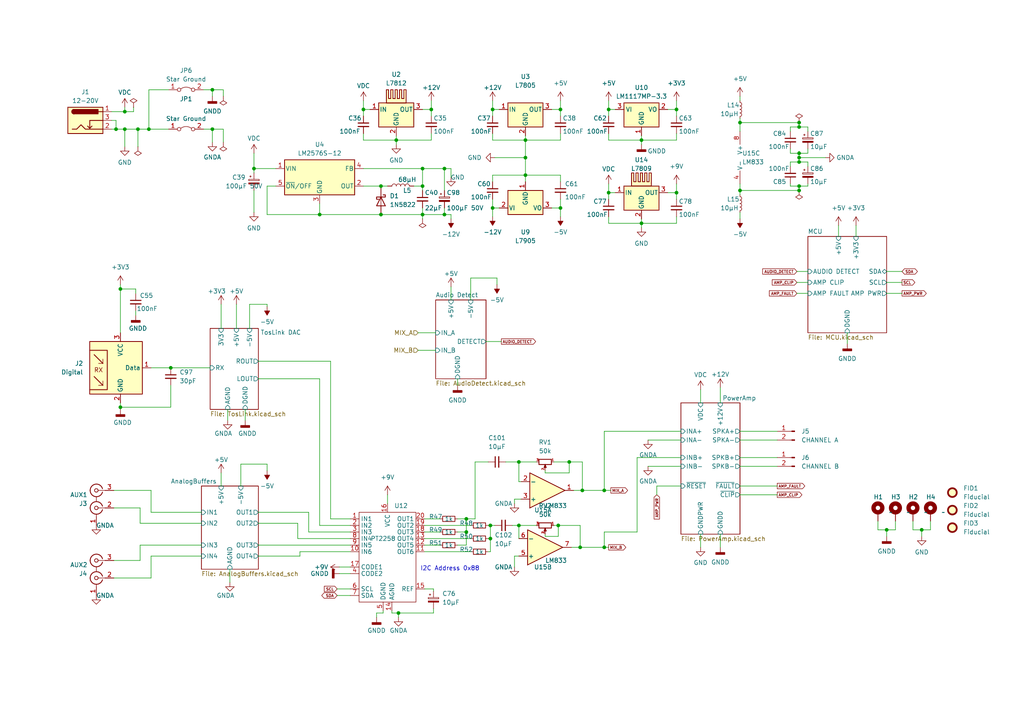
<source format=kicad_sch>
(kicad_sch (version 20230121) (generator eeschema)
  (paper "A4")
  (junction (at 168.275 158.75))
  (junction (at 49.53 106.68))
  (junction (at 231.775 45.72))
  (junction (at 142.24 152.4))
  (junction (at 110.49 53.975))
  (junction (at 168.91 142.24))
  (junction (at 40.005 37.465))
  (junction (at 175.26 158.75))
  (junction (at 128.905 62.23))
  (junction (at 186.055 40.64))
  (junction (at 161.925 152.4))
  (junction (at 152.4 45.72))
  (junction (at 150.495 133.985))
  (junction (at 115.57 177.8))
  (junction (at 176.53 31.75))
  (junction (at 34.925 118.11))
  (junction (at 162.56 31.75))
  (junction (at 92.71 62.23))
  (junction (at 122.555 48.895))
  (junction (at 175.26 142.24))
  (junction (at 34.925 83.82))
  (junction (at 61.595 37.465))
  (junction (at 110.49 62.23))
  (junction (at 150.495 152.4))
  (junction (at 36.195 32.385))
  (junction (at 135.255 150.495))
  (junction (at 135.255 154.305))
  (junction (at 162.56 60.325))
  (junction (at 142.24 156.21))
  (junction (at 122.555 53.975))
  (junction (at 142.875 31.75))
  (junction (at 33.655 37.465))
  (junction (at 231.775 44.45))
  (junction (at 128.905 48.895))
  (junction (at 165.1 133.985))
  (junction (at 257.175 153.67))
  (junction (at 152.4 40.64))
  (junction (at 186.055 64.77))
  (junction (at 142.875 60.325))
  (junction (at 105.41 31.75))
  (junction (at 231.775 55.245))
  (junction (at 43.18 37.465))
  (junction (at 61.595 26.035))
  (junction (at 231.775 35.56))
  (junction (at 231.775 36.83))
  (junction (at 125.095 31.75))
  (junction (at 152.4 50.8))
  (junction (at 267.335 153.67))
  (junction (at 114.935 40.64))
  (junction (at 73.66 48.895))
  (junction (at 214.63 55.245))
  (junction (at 176.53 55.88))
  (junction (at 231.775 46.99))
  (junction (at 196.215 55.88))
  (junction (at 122.555 62.23))
  (junction (at 196.215 31.75))
  (junction (at 214.63 35.56))
  (junction (at 231.775 53.975))
  (junction (at 36.195 37.465))
  (wire (pts (xy 165.735 158.75) (xy 168.275 158.75)))
  (wire (pts (xy 86.995 161.29) (xy 86.995 160.02)))
  (wire (pts (xy 132.715 158.115) (xy 135.255 158.115)))
  (wire (pts (xy 40.64 162.56) (xy 40.64 158.115)))
  (wire (pts (xy 214.63 35.56) (xy 214.63 38.1)))
  (wire (pts (xy 231.775 53.975) (xy 234.315 53.975)))
  (wire (pts (xy 89.535 148.59) (xy 89.535 154.305)))
  (wire (pts (xy 72.39 88.265) (xy 72.39 95.25)))
  (wire (pts (xy 86.36 156.21) (xy 101.6 156.21)))
  (wire (pts (xy 186.055 63.5) (xy 186.055 64.77)))
  (wire (pts (xy 214.63 53.34) (xy 214.63 55.245)))
  (wire (pts (xy 168.91 142.24) (xy 175.26 142.24)))
  (wire (pts (xy 231.775 53.975) (xy 231.775 55.245)))
  (wire (pts (xy 152.4 40.64) (xy 152.4 45.72)))
  (wire (pts (xy 34.925 83.82) (xy 34.925 96.52)))
  (wire (pts (xy 229.235 44.45) (xy 231.775 44.45)))
  (wire (pts (xy 208.915 112.395) (xy 208.915 116.84)))
  (wire (pts (xy 160.02 31.75) (xy 162.56 31.75)))
  (wire (pts (xy 69.85 134.62) (xy 77.47 134.62)))
  (wire (pts (xy 158.115 137.16) (xy 165.1 137.16)))
  (wire (pts (xy 229.235 46.99) (xy 231.775 46.99)))
  (wire (pts (xy 214.63 143.51) (xy 225.425 143.51)))
  (wire (pts (xy 231.14 78.74) (xy 234.315 78.74)))
  (wire (pts (xy 135.255 150.495) (xy 135.255 154.305)))
  (wire (pts (xy 105.41 48.895) (xy 122.555 48.895)))
  (wire (pts (xy 144.145 80.645) (xy 144.145 82.55)))
  (wire (pts (xy 168.91 133.985) (xy 165.1 133.985)))
  (wire (pts (xy 122.555 62.23) (xy 110.49 62.23)))
  (wire (pts (xy 66.675 165.1) (xy 66.675 168.91)))
  (wire (pts (xy 123.19 170.815) (xy 125.73 170.815)))
  (wire (pts (xy 33.655 37.465) (xy 32.385 37.465)))
  (wire (pts (xy 130.81 63.5) (xy 130.81 62.23)))
  (wire (pts (xy 214.63 135.255) (xy 225.425 135.255)))
  (wire (pts (xy 113.665 177.8) (xy 115.57 177.8)))
  (wire (pts (xy 146.685 133.985) (xy 150.495 133.985)))
  (wire (pts (xy 34.925 116.84) (xy 34.925 118.11)))
  (wire (pts (xy 231.775 43.815) (xy 231.775 44.45)))
  (wire (pts (xy 161.925 152.4) (xy 168.275 152.4)))
  (wire (pts (xy 245.745 96.52) (xy 245.745 99.695)))
  (wire (pts (xy 229.235 48.26) (xy 229.235 46.99)))
  (wire (pts (xy 196.215 53.34) (xy 196.215 55.88)))
  (wire (pts (xy 142.875 60.325) (xy 142.875 57.785)))
  (wire (pts (xy 186.055 40.64) (xy 196.215 40.64)))
  (wire (pts (xy 36.195 32.385) (xy 38.735 32.385)))
  (wire (pts (xy 257.175 85.09) (xy 261.62 85.09)))
  (wire (pts (xy 152.4 39.37) (xy 152.4 40.64)))
  (wire (pts (xy 43.815 106.68) (xy 49.53 106.68)))
  (wire (pts (xy 162.56 60.325) (xy 162.56 57.785)))
  (wire (pts (xy 86.995 160.02) (xy 101.6 160.02)))
  (wire (pts (xy 123.19 156.21) (xy 136.525 156.21)))
  (wire (pts (xy 32.385 34.925) (xy 33.655 34.925)))
  (wire (pts (xy 142.875 31.75) (xy 142.875 33.655)))
  (wire (pts (xy 125.095 38.735) (xy 125.095 40.64)))
  (wire (pts (xy 158.115 155.575) (xy 161.925 155.575)))
  (wire (pts (xy 36.195 37.465) (xy 40.005 37.465)))
  (wire (pts (xy 141.605 152.4) (xy 142.24 152.4)))
  (wire (pts (xy 71.12 118.745) (xy 71.12 121.92)))
  (wire (pts (xy 73.66 55.245) (xy 73.66 61.595)))
  (wire (pts (xy 178.435 55.88) (xy 176.53 55.88)))
  (wire (pts (xy 187.96 135.255) (xy 197.485 135.255)))
  (wire (pts (xy 162.56 60.325) (xy 162.56 62.865)))
  (wire (pts (xy 136.525 80.645) (xy 136.525 86.995)))
  (wire (pts (xy 234.315 36.83) (xy 234.315 38.1)))
  (wire (pts (xy 38.735 32.385) (xy 38.735 31.115)))
  (wire (pts (xy 234.315 46.99) (xy 234.315 48.26)))
  (wire (pts (xy 231.775 36.83) (xy 231.775 35.56)))
  (wire (pts (xy 64.77 26.035) (xy 61.595 26.035)))
  (wire (pts (xy 160.655 152.4) (xy 161.925 152.4)))
  (wire (pts (xy 150.495 139.7) (xy 151.13 139.7)))
  (wire (pts (xy 34.925 83.82) (xy 39.37 83.82)))
  (wire (pts (xy 187.96 127.635) (xy 197.485 127.635)))
  (wire (pts (xy 109.22 179.07) (xy 109.22 177.8)))
  (wire (pts (xy 151.13 144.78) (xy 149.225 144.78)))
  (wire (pts (xy 105.41 53.975) (xy 110.49 53.975)))
  (wire (pts (xy 254.635 151.13) (xy 254.635 153.67)))
  (wire (pts (xy 196.215 38.735) (xy 196.215 40.64)))
  (wire (pts (xy 229.235 53.975) (xy 229.235 53.34)))
  (wire (pts (xy 176.53 55.88) (xy 176.53 53.34)))
  (wire (pts (xy 36.195 42.545) (xy 36.195 37.465)))
  (wire (pts (xy 142.875 52.705) (xy 142.875 50.8)))
  (wire (pts (xy 64.77 41.275) (xy 64.77 37.465)))
  (wire (pts (xy 229.235 53.975) (xy 231.775 53.975)))
  (wire (pts (xy 148.59 152.4) (xy 150.495 152.4)))
  (wire (pts (xy 40.64 147.32) (xy 40.64 151.765)))
  (wire (pts (xy 214.63 34.29) (xy 214.63 35.56)))
  (wire (pts (xy 184.785 132.715) (xy 184.785 154.305)))
  (wire (pts (xy 137.795 150.495) (xy 135.255 150.495)))
  (wire (pts (xy 61.595 37.465) (xy 61.595 41.275)))
  (wire (pts (xy 197.485 132.715) (xy 184.785 132.715)))
  (wire (pts (xy 203.2 154.94) (xy 203.2 158.75)))
  (wire (pts (xy 135.255 158.115) (xy 135.255 154.305)))
  (wire (pts (xy 150.495 152.4) (xy 155.575 152.4)))
  (wire (pts (xy 77.47 134.62) (xy 77.47 136.525)))
  (wire (pts (xy 64.135 88.265) (xy 64.135 95.25)))
  (wire (pts (xy 162.56 52.705) (xy 162.56 50.8)))
  (wire (pts (xy 110.49 53.975) (xy 112.395 53.975)))
  (wire (pts (xy 68.58 88.265) (xy 68.58 95.25)))
  (wire (pts (xy 34.925 118.11) (xy 49.53 118.11)))
  (wire (pts (xy 43.18 26.035) (xy 43.18 37.465)))
  (wire (pts (xy 269.875 153.67) (xy 267.335 153.67)))
  (wire (pts (xy 36.195 37.465) (xy 33.655 37.465)))
  (wire (pts (xy 97.79 172.72) (xy 101.6 172.72)))
  (wire (pts (xy 73.66 48.895) (xy 73.66 44.45)))
  (wire (pts (xy 214.63 140.97) (xy 225.425 140.97)))
  (wire (pts (xy 186.055 64.77) (xy 196.215 64.77)))
  (wire (pts (xy 176.53 31.75) (xy 176.53 29.21)))
  (wire (pts (xy 196.215 29.21) (xy 196.215 31.75)))
  (wire (pts (xy 120.015 53.975) (xy 122.555 53.975)))
  (wire (pts (xy 259.715 153.67) (xy 259.715 151.13)))
  (wire (pts (xy 132.715 150.495) (xy 135.255 150.495)))
  (wire (pts (xy 152.4 45.72) (xy 152.4 50.8)))
  (wire (pts (xy 77.47 88.265) (xy 72.39 88.265)))
  (wire (pts (xy 132.715 109.855) (xy 132.715 111.76)))
  (wire (pts (xy 33.02 147.32) (xy 40.64 147.32)))
  (wire (pts (xy 33.655 34.925) (xy 33.655 37.465)))
  (wire (pts (xy 105.41 38.735) (xy 105.41 40.64)))
  (wire (pts (xy 165.1 133.985) (xy 165.1 137.16)))
  (wire (pts (xy 168.275 152.4) (xy 168.275 158.75)))
  (wire (pts (xy 114.935 40.64) (xy 114.935 41.91)))
  (wire (pts (xy 115.57 177.8) (xy 125.73 177.8)))
  (wire (pts (xy 122.555 48.895) (xy 128.905 48.895)))
  (wire (pts (xy 128.905 48.895) (xy 130.81 48.895)))
  (wire (pts (xy 208.915 154.94) (xy 208.915 158.75)))
  (wire (pts (xy 105.41 40.64) (xy 114.935 40.64)))
  (wire (pts (xy 95.885 104.775) (xy 74.93 104.775)))
  (wire (pts (xy 74.93 109.855) (xy 92.71 109.855)))
  (wire (pts (xy 32.385 32.385) (xy 36.195 32.385)))
  (wire (pts (xy 39.37 85.09) (xy 39.37 83.82)))
  (wire (pts (xy 86.36 151.765) (xy 86.36 156.21)))
  (wire (pts (xy 69.85 134.62) (xy 69.85 140.97)))
  (wire (pts (xy 150.495 133.985) (xy 150.495 139.7)))
  (wire (pts (xy 214.63 125.095) (xy 225.425 125.095)))
  (wire (pts (xy 142.24 160.02) (xy 141.605 160.02)))
  (wire (pts (xy 176.53 64.77) (xy 186.055 64.77)))
  (wire (pts (xy 40.64 158.115) (xy 58.42 158.115)))
  (wire (pts (xy 158.115 137.16) (xy 158.115 136.525)))
  (wire (pts (xy 110.49 53.975) (xy 110.49 54.61)))
  (wire (pts (xy 267.335 153.67) (xy 264.795 153.67)))
  (wire (pts (xy 176.53 62.865) (xy 176.53 64.77)))
  (wire (pts (xy 122.555 55.245) (xy 122.555 53.975)))
  (wire (pts (xy 130.81 83.185) (xy 130.81 86.995)))
  (wire (pts (xy 190.5 140.97) (xy 197.485 140.97)))
  (wire (pts (xy 123.19 154.305) (xy 127.635 154.305)))
  (wire (pts (xy 122.555 62.23) (xy 122.555 63.5)))
  (wire (pts (xy 186.055 39.37) (xy 186.055 40.64)))
  (wire (pts (xy 92.71 152.4) (xy 101.6 152.4)))
  (wire (pts (xy 254.635 153.67) (xy 257.175 153.67)))
  (wire (pts (xy 130.81 48.895) (xy 130.81 51.435)))
  (wire (pts (xy 33.02 162.56) (xy 40.64 162.56)))
  (wire (pts (xy 77.47 53.975) (xy 77.47 62.23)))
  (wire (pts (xy 34.925 118.11) (xy 34.925 118.745)))
  (wire (pts (xy 196.215 62.865) (xy 196.215 64.77)))
  (wire (pts (xy 144.78 60.325) (xy 142.875 60.325)))
  (wire (pts (xy 137.795 133.985) (xy 141.605 133.985)))
  (wire (pts (xy 155.575 133.985) (xy 150.495 133.985)))
  (wire (pts (xy 193.675 31.75) (xy 196.215 31.75)))
  (wire (pts (xy 48.895 26.035) (xy 43.18 26.035)))
  (wire (pts (xy 43.815 148.59) (xy 58.42 148.59)))
  (wire (pts (xy 231.14 81.915) (xy 234.315 81.915)))
  (wire (pts (xy 40.64 151.765) (xy 58.42 151.765)))
  (wire (pts (xy 193.675 55.88) (xy 196.215 55.88)))
  (wire (pts (xy 257.175 153.67) (xy 259.715 153.67)))
  (wire (pts (xy 214.63 27.94) (xy 214.63 29.21)))
  (wire (pts (xy 125.095 29.21) (xy 125.095 31.75)))
  (wire (pts (xy 74.93 158.115) (xy 101.6 158.115)))
  (wire (pts (xy 33.02 142.24) (xy 43.815 142.24)))
  (wire (pts (xy 231.775 45.72) (xy 239.395 45.72)))
  (wire (pts (xy 196.215 31.75) (xy 196.215 33.655)))
  (wire (pts (xy 73.66 48.895) (xy 73.66 50.165)))
  (wire (pts (xy 229.235 43.18) (xy 229.235 44.45)))
  (wire (pts (xy 162.56 29.21) (xy 162.56 31.75)))
  (wire (pts (xy 214.63 35.56) (xy 231.775 35.56)))
  (wire (pts (xy 80.01 53.975) (xy 77.47 53.975)))
  (wire (pts (xy 152.4 45.72) (xy 143.51 45.72)))
  (wire (pts (xy 98.425 166.37) (xy 101.6 166.37)))
  (wire (pts (xy 97.79 170.815) (xy 101.6 170.815)))
  (wire (pts (xy 36.195 32.385) (xy 36.195 31.115)))
  (wire (pts (xy 136.525 80.645) (xy 144.145 80.645)))
  (wire (pts (xy 175.26 125.095) (xy 175.26 142.24)))
  (wire (pts (xy 64.77 27.94) (xy 64.77 26.035)))
  (wire (pts (xy 166.37 142.24) (xy 168.91 142.24)))
  (wire (pts (xy 175.26 154.305) (xy 175.26 158.75)))
  (wire (pts (xy 150.495 152.4) (xy 150.495 156.21)))
  (wire (pts (xy 149.225 144.78) (xy 149.225 146.05)))
  (wire (pts (xy 113.665 177.165) (xy 113.665 177.8)))
  (wire (pts (xy 257.175 81.915) (xy 261.62 81.915)))
  (wire (pts (xy 229.235 36.83) (xy 231.775 36.83)))
  (wire (pts (xy 184.785 154.305) (xy 175.26 154.305)))
  (wire (pts (xy 162.56 50.8) (xy 152.4 50.8)))
  (wire (pts (xy 162.56 31.75) (xy 162.56 33.655)))
  (wire (pts (xy 92.71 62.23) (xy 110.49 62.23)))
  (wire (pts (xy 190.5 143.51) (xy 190.5 140.97)))
  (wire (pts (xy 269.875 151.13) (xy 269.875 153.67)))
  (wire (pts (xy 128.905 48.895) (xy 128.905 55.245)))
  (wire (pts (xy 89.535 154.305) (xy 101.6 154.305)))
  (wire (pts (xy 59.055 37.465) (xy 61.595 37.465)))
  (wire (pts (xy 142.875 50.8) (xy 152.4 50.8)))
  (wire (pts (xy 257.175 153.67) (xy 257.175 155.575)))
  (wire (pts (xy 142.24 152.4) (xy 143.51 152.4)))
  (wire (pts (xy 176.53 31.75) (xy 176.53 33.655)))
  (wire (pts (xy 125.73 170.815) (xy 125.73 171.45)))
  (wire (pts (xy 77.47 62.23) (xy 92.71 62.23)))
  (wire (pts (xy 197.485 125.095) (xy 175.26 125.095)))
  (wire (pts (xy 267.335 153.67) (xy 267.335 155.575)))
  (wire (pts (xy 64.77 37.465) (xy 61.595 37.465)))
  (wire (pts (xy 123.19 160.02) (xy 136.525 160.02)))
  (wire (pts (xy 105.41 31.75) (xy 105.41 29.21)))
  (wire (pts (xy 74.93 151.765) (xy 86.36 151.765)))
  (wire (pts (xy 142.875 60.325) (xy 142.875 62.865)))
  (wire (pts (xy 39.37 90.17) (xy 39.37 91.44)))
  (wire (pts (xy 142.875 40.64) (xy 152.4 40.64)))
  (wire (pts (xy 43.815 161.29) (xy 58.42 161.29)))
  (wire (pts (xy 243.205 65.405) (xy 243.205 68.58)))
  (wire (pts (xy 64.135 137.16) (xy 64.135 140.97)))
  (wire (pts (xy 66.04 118.745) (xy 66.04 121.92)))
  (wire (pts (xy 248.285 65.405) (xy 248.285 68.58)))
  (wire (pts (xy 144.78 31.75) (xy 142.875 31.75)))
  (wire (pts (xy 150.495 161.29) (xy 149.225 161.29)))
  (wire (pts (xy 34.925 82.55) (xy 34.925 83.82)))
  (wire (pts (xy 33.02 167.64) (xy 43.815 167.64)))
  (wire (pts (xy 105.41 31.75) (xy 105.41 33.655)))
  (wire (pts (xy 231.775 44.45) (xy 231.775 45.72)))
  (wire (pts (xy 111.125 177.8) (xy 111.125 177.165)))
  (wire (pts (xy 214.63 55.245) (xy 231.775 55.245)))
  (wire (pts (xy 140.97 99.06) (xy 145.415 99.06)))
  (wire (pts (xy 115.57 177.8) (xy 115.57 179.07)))
  (wire (pts (xy 122.555 31.75) (xy 125.095 31.75)))
  (wire (pts (xy 114.935 39.37) (xy 114.935 40.64)))
  (wire (pts (xy 92.71 109.855) (xy 92.71 152.4)))
  (wire (pts (xy 168.91 142.24) (xy 168.91 133.985)))
  (wire (pts (xy 149.225 161.29) (xy 149.225 164.465)))
  (wire (pts (xy 128.905 62.23) (xy 122.555 62.23)))
  (wire (pts (xy 186.055 40.64) (xy 186.055 41.91)))
  (wire (pts (xy 121.285 96.52) (xy 126.365 96.52)))
  (wire (pts (xy 161.925 155.575) (xy 161.925 152.4)))
  (wire (pts (xy 141.605 156.21) (xy 142.24 156.21)))
  (wire (pts (xy 121.285 101.6) (xy 126.365 101.6)))
  (wire (pts (xy 130.81 62.23) (xy 128.905 62.23)))
  (wire (pts (xy 234.315 44.45) (xy 234.315 43.18)))
  (wire (pts (xy 186.055 64.77) (xy 186.055 66.04)))
  (wire (pts (xy 142.24 156.21) (xy 142.24 160.02)))
  (wire (pts (xy 43.815 142.24) (xy 43.815 148.59)))
  (wire (pts (xy 123.19 152.4) (xy 136.525 152.4)))
  (wire (pts (xy 137.795 133.985) (xy 137.795 150.495)))
  (wire (pts (xy 132.715 154.305) (xy 135.255 154.305)))
  (wire (pts (xy 40.005 37.465) (xy 43.18 37.465)))
  (wire (pts (xy 77.47 88.9) (xy 77.47 88.265)))
  (wire (pts (xy 112.395 143.51) (xy 112.395 146.05)))
  (wire (pts (xy 231.775 46.99) (xy 234.315 46.99)))
  (wire (pts (xy 196.215 55.88) (xy 196.215 57.785)))
  (wire (pts (xy 49.53 118.11) (xy 49.53 111.76)))
  (wire (pts (xy 142.24 152.4) (xy 142.24 156.21)))
  (wire (pts (xy 231.775 45.72) (xy 231.775 46.99)))
  (wire (pts (xy 92.71 59.055) (xy 92.71 62.23)))
  (wire (pts (xy 176.53 55.88) (xy 176.53 57.785)))
  (wire (pts (xy 101.6 150.495) (xy 95.885 150.495)))
  (wire (pts (xy 95.885 150.495) (xy 95.885 104.775)))
  (wire (pts (xy 231.775 36.83) (xy 234.315 36.83)))
  (wire (pts (xy 125.095 31.75) (xy 125.095 33.655)))
  (wire (pts (xy 125.73 176.53) (xy 125.73 177.8)))
  (wire (pts (xy 162.56 38.735) (xy 162.56 40.64)))
  (wire (pts (xy 123.19 158.115) (xy 127.635 158.115)))
  (wire (pts (xy 98.425 164.465) (xy 101.6 164.465)))
  (wire (pts (xy 43.815 167.64) (xy 43.815 161.29)))
  (wire (pts (xy 142.875 38.735) (xy 142.875 40.64)))
  (wire (pts (xy 43.18 37.465) (xy 48.895 37.465)))
  (wire (pts (xy 158.115 154.94) (xy 158.115 155.575)))
  (wire (pts (xy 107.315 31.75) (xy 105.41 31.75)))
  (wire (pts (xy 203.2 113.03) (xy 203.2 116.84)))
  (wire (pts (xy 176.53 40.64) (xy 186.055 40.64)))
  (wire (pts (xy 61.595 26.035) (xy 61.595 27.94)))
  (wire (pts (xy 214.63 127.635) (xy 225.425 127.635)))
  (wire (pts (xy 168.275 158.75) (xy 175.26 158.75)))
  (wire (pts (xy 175.26 158.75) (xy 176.53 158.75)))
  (wire (pts (xy 122.555 48.895) (xy 122.555 53.975)))
  (wire (pts (xy 122.555 60.325) (xy 122.555 62.23)))
  (wire (pts (xy 176.53 38.735) (xy 176.53 40.64)))
  (wire (pts (xy 178.435 31.75) (xy 176.53 31.75)))
  (wire (pts (xy 264.795 151.13) (xy 264.795 153.67)))
  (wire (pts (xy 123.19 150.495) (xy 127.635 150.495)))
  (wire (pts (xy 152.4 50.8) (xy 152.4 52.705)))
  (wire (pts (xy 160.655 133.985) (xy 165.1 133.985)))
  (wire (pts (xy 74.93 148.59) (xy 89.535 148.59)))
  (wire (pts (xy 59.055 26.035) (xy 61.595 26.035)))
  (wire (pts (xy 234.315 53.34) (xy 234.315 53.975)))
  (wire (pts (xy 214.63 132.715) (xy 225.425 132.715)))
  (wire (pts (xy 40.005 37.465) (xy 40.005 42.545)))
  (wire (pts (xy 128.905 60.325) (xy 128.905 62.23)))
  (wire (pts (xy 214.63 56.515) (xy 214.63 55.245)))
  (wire (pts (xy 80.01 48.895) (xy 73.66 48.895)))
  (wire (pts (xy 229.235 38.1) (xy 229.235 36.83)))
  (wire (pts (xy 214.63 61.595) (xy 214.63 63.5)))
  (wire (pts (xy 257.175 78.74) (xy 261.62 78.74)))
  (wire (pts (xy 152.4 40.64) (xy 162.56 40.64)))
  (wire (pts (xy 175.26 142.24) (xy 177.165 142.24)))
  (wire (pts (xy 74.93 161.29) (xy 86.995 161.29)))
  (wire (pts (xy 49.53 106.68) (xy 60.96 106.68)))
  (wire (pts (xy 114.935 40.64) (xy 125.095 40.64)))
  (wire (pts (xy 231.775 44.45) (xy 234.315 44.45)))
  (wire (pts (xy 109.22 177.8) (xy 111.125 177.8)))
  (wire (pts (xy 142.875 31.75) (xy 142.875 29.21)))
  (wire (pts (xy 231.14 85.09) (xy 234.315 85.09)))
  (wire (pts (xy 160.02 60.325) (xy 162.56 60.325)))
  (text "I2C Address 0x88" (at 121.92 165.735 0) (effects (font (size 1.27 1.27)) (justify left bottom)))
  (global_label "AMP_FAULT" (shape input) (at 231.14 85.09 180) (effects (font (size 0.8 0.8))) (property "Intersheetrefs" "${INTERSHEET_REFS}" (effects hide)))
  (global_label "AUDIO_DETECT" (shape input) (at 231.14 78.74 180) (effects (font (size 0.8 0.8))) (property "Intersheetrefs" "${INTERSHEET_REFS}" (effects hide)))
  (global_label "AMP_CLIP" (shape output) (at 225.425 143.51 0) (effects (font (size 0.8 0.8))) (property "Intersheetrefs" "${INTERSHEET_REFS}" (effects hide)))
  (global_label "AMP_CLIP" (shape input) (at 231.14 81.915 180) (effects (font (size 0.8 0.8))) (property "Intersheetrefs" "${INTERSHEET_REFS}" (effects hide)))
  (global_label "SDA" (shape bidirectional) (at 97.79 172.72 180) (effects (font (size 0.8 0.8))) (property "Intersheetrefs" "${INTERSHEET_REFS}" (effects hide)))
  (global_label "AMP_PWR" (shape output) (at 261.62 85.09 0) (effects (font (size 0.8 0.8))) (property "Intersheetrefs" "${INTERSHEET_REFS}" (effects hide)))
  (global_label "SDA" (shape bidirectional) (at 261.62 78.74 0) (effects (font (size 0.8 0.8))) (property "Intersheetrefs" "${INTERSHEET_REFS}" (effects hide)))
  (global_label "AMP_PWR" (shape input) (at 190.5 143.51 270) (effects (font (size 0.8 0.8))) (property "Intersheetrefs" "${INTERSHEET_REFS}" (effects hide)))
  (global_label "MIX_B" (shape output) (at 176.53 158.75 0) (effects (font (size 0.8 0.8))) (property "Intersheetrefs" "${INTERSHEET_REFS}" (effects hide)))
  (global_label "MIX_A" (shape output) (at 177.165 142.24 0) (effects (font (size 0.8 0.8))) (property "Intersheetrefs" "${INTERSHEET_REFS}" (effects hide)))
  (global_label "SCL" (shape input) (at 97.79 170.815 180) (effects (font (size 0.8 0.8))) (property "Intersheetrefs" "${INTERSHEET_REFS}" (effects hide)))
  (global_label "AMP_FAULT" (shape output) (at 225.425 140.97 0) (effects (font (size 0.8 0.8))) (property "Intersheetrefs" "${INTERSHEET_REFS}" (effects hide)))
  (global_label "AUDIO_DETECT" (shape output) (at 145.415 99.06 0) (effects (font (size 0.8 0.8))) (property "Intersheetrefs" "${INTERSHEET_REFS}" (effects hide)))
  (global_label "SCL" (shape output) (at 261.62 81.915 0) (effects (font (size 0.8 0.8))) (property "Intersheetrefs" "${INTERSHEET_REFS}" (effects hide)))
  (hierarchical_label "MIX_B" (shape input) (at 121.285 101.6 180))
  (hierarchical_label "MIX_A" (shape input) (at 121.285 96.52 180))
  (symbol (lib_id "Amplifier_Operational:OPA2134") (at 217.17 45.72 0) (unit 3)
    (property "Reference" "U15" (at 215.265 44.45 0) (effects (justify left)))
    (property "Value" "LM833" (at 215.265 46.99 0) (effects (justify left)))
    (property "Footprint" "Package_SO:SOIC-8_5.23x5.23mm_P1.27mm" (effects hide))
    (property "Datasheet" "http://www.ti.com/lit/ds/symlink/opa134.pdf" (effects hide))
  )
  (symbol (lib_id "Mechanical:Heatsink") (at 186.055 53.975 0) (unit 1)
    (property "Reference" "HS5" (effects hide))
    (property "Value" "Heatsink" (effects hide))
    (property "Footprint" "CustomParts:ASS_0871_HS" (effects hide))
  )
  (symbol (lib_id "power:PWR_FLAG") (at 231.775 35.56 0) (unit 1)
    (property "Reference" "#FLG015" (effects hide))
    (property "Value" "PWR_FLAG" (effects hide))
  )
  (symbol (lib_id "power:VDC") (at 105.41 29.21 0) (unit 1)
    (property "Reference" "#PWR09" (effects hide))
    (property "Value" "VDC" (at 105.41 24.892 0))
  )
  (symbol (lib_id "power:PWR_FLAG") (at 64.77 41.275 180) (unit 1)
    (property "Reference" "#FLG012" (effects hide))
    (property "Value" "PWR_FLAG" (effects hide))
  )
  (symbol (lib_id "Device:C_Small") (at 162.56 36.195 0) (unit 1)
    (property "Reference" "C38" (at 163.195 34.29 0) (effects (justify left)))
    (property "Value" "100nF" (at 163.195 38.1 0) (effects (justify left)))
    (property "Footprint" "Capacitor_SMD:C_0805_2012Metric_Pad1.18x1.45mm_HandSolder" (effects hide))
    (property "LCSC" "C28233" (effects hide))
  )
  (symbol (lib_id "power:+5V") (at 243.205 65.405 0) (unit 1)
    (property "Reference" "#PWR059" (effects hide))
    (property "Value" "+5V" (at 243.205 60.325 0))
  )
  (symbol (lib_id "power:-12V") (at 142.875 62.865 180) (unit 1)
    (property "Reference" "#PWR021" (effects hide))
    (property "Value" "-12V" (at 142.875 67.31 0))
  )
  (symbol (lib_id "power:GNDA") (at 149.225 164.465 0) (unit 1)
    (property "Reference" "#PWR065" (effects hide))
    (property "Value" "GNDA" (at 146.05 164.465 0))
  )
  (symbol (lib_id "Regulator_Linear:L7805") (at 152.4 31.75 0) (unit 1)
    (property "Reference" "U3" (at 152.4 22.225 0))
    (property "Value" "L7805" (at 152.4 24.765 0))
    (property "Footprint" "Package_TO_SOT_THT:TO-220-3_Vertical" (effects hide))
    (property "Datasheet" "http://www.st.com/content/ccc/resource/technical/document/datasheet/41/4f/b3/b0/12/d4/47/88/CD00000444.pdf/files/CD00000444.pdf/jcr:content/translations/en.CD00000444.pdf" (effects hide))
  )
  (symbol (lib_id "power:+3V3") (at 196.215 29.21 0) (unit 1)
    (property "Reference" "#PWR026" (effects hide))
    (property "Value" "+3V3" (at 196.215 24.13 0))
  )
  (symbol (lib_id "power:+12V") (at 125.095 29.21 0) (unit 1)
    (property "Reference" "#PWR013" (effects hide))
    (property "Value" "+12V" (at 125.095 25.4 0))
  )
  (symbol (lib_id "Mechanical:Fiducial") (at 276.225 147.955 0) (unit 1)
    (property "Reference" "FID2" (at 279.4 146.685 0) (effects (justify left)))
    (property "Value" "Fiducial" (at 279.4 149.225 0) (effects (justify left)))
    (property "Footprint" "Fiducial:Fiducial_1.5mm_Mask3mm" (effects hide))
  )
  (symbol (lib_id "Regulator_Linear:L7809") (at 186.055 55.88 0) (unit 1)
    (property "Reference" "U14" (at 186.055 46.355 0))
    (property "Value" "L7809" (at 186.055 48.895 0))
    (property "Footprint" "Package_TO_SOT_THT:TO-220-3_Vertical" (effects hide))
    (property "Datasheet" "http://www.st.com/content/ccc/resource/technical/document/datasheet/41/4f/b3/b0/12/d4/47/88/CD00000444.pdf/files/CD00000444.pdf/jcr:content/translations/en.CD00000444.pdf" (effects hide))
  )
  (symbol (lib_id "Jumper:Jumper_2_Bridged") (at 53.975 37.465 0) (unit 1)
    (property "Reference" "JP1" (at 53.975 28.702 0))
    (property "Value" "Star Ground" (at 53.975 34.417 0))
    (property "Footprint" "Jumper:SolderJumper-2_P1.3mm_Bridged2Bar_RoundedPad1.0x1.5mm" (effects hide))
  )
  (symbol (lib_id "power:+9V") (at 98.425 164.465 90) (unit 1)
    (property "Reference" "#PWR047" (effects hide))
    (property "Value" "+9V" (at 95.25 164.465 90) (effects (justify left)))
  )
  (symbol (lib_id "Device:C_Polarized_Small") (at 234.315 40.64 0) (unit 1)
    (property "Reference" "C87" (at 234.95 38.735 0) (effects (justify left)))
    (property "Value" "10µF" (at 234.95 42.545 0) (effects (justify left)))
    (property "Footprint" "Capacitor_Tantalum_SMD:CP_EIA-3216-18_Kemet-A_Pad1.58x1.35mm_HandSolder" (effects hide))
  )
  (symbol (lib_id "Device:C_Small") (at 142.875 55.245 0) (unit 1)
    (property "Reference" "C60" (at 138.43 53.34 0) (effects (justify left)))
    (property "Value" "100nF" (at 136.525 57.15 0) (effects (justify left)))
    (property "Footprint" "Capacitor_SMD:C_0805_2012Metric_Pad1.18x1.45mm_HandSolder" (effects hide))
    (property "LCSC" "C28233" (effects hide))
  )
  (symbol (lib_id "power:+12V") (at 208.915 112.395 0) (unit 1)
    (property "Reference" "#PWR011" (effects hide))
    (property "Value" "+12V" (at 208.915 108.585 0))
  )
  (symbol (lib_id "Diode:1N5822") (at 110.49 58.42 270) (unit 1)
    (property "Reference" "D1" (at 113.03 56.8325 90) (effects (justify left)))
    (property "Value" "1N5822" (at 113.03 59.3725 90) (effects (justify left)))
    (property "Footprint" "Diode_THT:D_DO-201AD_P15.24mm_Horizontal" (effects hide))
    (property "Datasheet" "http://www.vishay.com/docs/88526/1n5820.pdf" (effects hide))
    (property "DK" "497-11370-1-ND" (effects hide))
  )
  (symbol (lib_id "Mechanical:MountingHole_Pad") (at 269.875 148.59 0) (unit 1)
    (property "Reference" "H4" (at 268.605 144.145 0) (effects (justify left)))
    (property "Value" "~" (at 273.05 148.59 0) (effects (justify left)))
    (property "Footprint" "CustomParts:3.2mm Hole Oblong" (effects hide))
  )
  (symbol (lib_id "Device:C_Small") (at 162.56 55.245 0) (unit 1)
    (property "Reference" "C61" (at 163.83 53.34 0) (effects (justify left)))
    (property "Value" "100nF" (at 163.83 57.15 0) (effects (justify left)))
    (property "Footprint" "Capacitor_SMD:C_0805_2012Metric_Pad1.18x1.45mm_HandSolder" (effects hide))
    (property "LCSC" "C28233" (effects hide))
  )
  (symbol (lib_id "Device:C_Small") (at 229.235 40.64 0) (unit 1)
    (property "Reference" "C84" (at 224.155 38.735 0) (effects (justify left)))
    (property "Value" "100nF" (at 222.885 42.545 0) (effects (justify left)))
    (property "Footprint" "Capacitor_SMD:C_0805_2012Metric_Pad1.18x1.45mm_HandSolder" (effects hide))
    (property "LCSC" "C28233" (effects hide))
  )
  (symbol (lib_id "power:+3V3") (at 64.135 88.265 0) (unit 1)
    (property "Reference" "#PWR027" (effects hide))
    (property "Value" "+3V3" (at 62.865 84.455 0))
  )
  (symbol (lib_id "power:+5V") (at 64.135 137.16 0) (unit 1)
    (property "Reference" "#PWR038" (effects hide))
    (property "Value" "+5V" (at 64.135 133.35 0))
  )
  (symbol (lib_id "CustomParts:RCJ-22") (at 27.94 165.1 0) (mirror y) (unit 1)
    (property "Reference" "J4" (at 24.13 166.37 0))
    (property "Value" "AUX2" (at 22.86 163.83 0))
    (property "Footprint" "CustomParts:RCJ-2223" (effects hide))
    (property "Datasheet" " ~" (effects hide))
    (property "DK" "CP-1435-ND" (effects hide))
  )
  (symbol (lib_id "power:-5V") (at 162.56 62.865 180) (unit 1)
    (property "Reference" "#PWR022" (effects hide))
    (property "Value" "-5V" (at 162.56 67.31 0))
  )
  (symbol (lib_id "power:GNDA") (at 66.04 121.92 0) (unit 1)
    (property "Reference" "#PWR05" (effects hide))
    (property "Value" "GNDA" (at 64.77 125.73 0))
  )
  (symbol (lib_id "power:GNDA") (at 187.96 135.255 0) (unit 1)
    (property "Reference" "#PWR051" (effects hide))
    (property "Value" "GNDA" (at 187.96 139.573 0))
  )
  (symbol (lib_id "Device:C_Small") (at 229.235 50.8 0) (mirror x) (unit 1)
    (property "Reference" "C85" (at 224.155 52.705 0) (effects (justify left)))
    (property "Value" "100nF" (at 222.885 48.895 0) (effects (justify left)))
    (property "Footprint" "Capacitor_SMD:C_0805_2012Metric_Pad1.18x1.45mm_HandSolder" (effects hide))
    (property "LCSC" "C28233" (effects hide))
  )
  (symbol (lib_id "power:-12V") (at 130.81 63.5 180) (unit 1)
    (property "Reference" "#PWR020" (effects hide))
    (property "Value" "-12V" (at 130.81 67.945 0))
  )
  (symbol (lib_id "Device:C_Small") (at 176.53 60.325 0) (unit 1)
    (property "Reference" "C77" (at 172.085 58.42 0) (effects (justify left)))
    (property "Value" "100nF" (at 170.18 62.23 0) (effects (justify left)))
    (property "Footprint" "Capacitor_SMD:C_0805_2012Metric_Pad1.18x1.45mm_HandSolder" (effects hide))
    (property "LCSC" "C28233" (effects hide))
  )
  (symbol (lib_id "Device:C_Small") (at 196.215 36.195 0) (unit 1)
    (property "Reference" "C63" (at 196.85 34.29 0) (effects (justify left)))
    (property "Value" "100nF" (at 196.85 38.1 0) (effects (justify left)))
    (property "Footprint" "Capacitor_SMD:C_0805_2012Metric_Pad1.18x1.45mm_HandSolder" (effects hide))
    (property "LCSC" "C28233" (effects hide))
  )
  (symbol (lib_id "power:GND") (at 36.195 42.545 0) (unit 1)
    (property "Reference" "#PWR01" (effects hide))
    (property "Value" "GND" (at 36.195 47.117 0))
  )
  (symbol (lib_id "Device:C_Small") (at 39.37 87.63 0) (mirror y) (unit 1)
    (property "Reference" "C55" (at 44.45 85.725 0) (effects (justify left)))
    (property "Value" "100nF" (at 45.72 89.535 0) (effects (justify left)))
    (property "Footprint" "Capacitor_SMD:C_0805_2012Metric_Pad1.18x1.45mm_HandSolder" (effects hide))
    (property "LCSC" "C28233" (effects hide))
  )
  (symbol (lib_id "Device:C_Small") (at 142.875 36.195 0) (unit 1)
    (property "Reference" "C37" (at 138.43 34.29 0) (effects (justify left)))
    (property "Value" "100nF" (at 136.525 38.1 0) (effects (justify left)))
    (property "Footprint" "Capacitor_SMD:C_0805_2012Metric_Pad1.18x1.45mm_HandSolder" (effects hide))
    (property "LCSC" "C28233" (effects hide))
  )
  (symbol (lib_id "Device:C_Polarized_Small") (at 234.315 50.8 0) (unit 1)
    (property "Reference" "C86" (at 234.95 48.895 0) (effects (justify left)))
    (property "Value" "10µF" (at 234.95 52.705 0) (effects (justify left)))
    (property "Footprint" "Capacitor_Tantalum_SMD:CP_EIA-3216-18_Kemet-A_Pad1.58x1.35mm_HandSolder" (effects hide))
  )
  (symbol (lib_id "power:GNDA") (at 27.94 172.72 0) (unit 1)
    (property "Reference" "#PWR029" (effects hide))
    (property "Value" "GNDA" (at 30.48 172.72 0))
  )
  (symbol (lib_id "power:-5V") (at 144.145 82.55 180) (unit 1)
    (property "Reference" "#PWR053" (effects hide))
    (property "Value" "-5V" (at 144.145 86.995 0))
  )
  (symbol (lib_id "Mechanical:MountingHole_Pad") (at 259.715 148.59 0) (unit 1)
    (property "Reference" "H3" (at 258.445 144.145 0) (effects (justify left)))
    (property "Value" "~" (at 262.89 148.59 0) (effects (justify left)))
    (property "Footprint" "CustomParts:3.2mm Hole Oblong" (effects hide))
  )
  (symbol (lib_id "Regulator_Linear:LM1117MP-3.3") (at 186.055 31.75 0) (unit 1)
    (property "Reference" "U10" (at 186.055 25.4 0))
    (property "Value" "LM1117MP-3.3" (at 186.055 27.94 0))
    (property "Footprint" "Package_TO_SOT_SMD:SOT-223-3_TabPin2" (effects hide))
    (property "Datasheet" "http://www.ti.com/lit/ds/symlink/lm1117.pdf" (effects hide))
  )
  (symbol (lib_id "power:GNDD") (at 109.22 179.07 0) (unit 1)
    (property "Reference" "#PWR050" (effects hide))
    (property "Value" "GNDD" (at 109.22 182.88 0))
  )
  (symbol (lib_id "Device:R_Small") (at 130.175 158.115 90) (unit 1)
    (property "Reference" "R51" (at 126.365 157.48 90))
    (property "Value" "1k" (at 130.175 158.115 90))
    (property "Footprint" "Resistor_SMD:R_0603_1608Metric_Pad0.98x0.95mm_HandSolder" (effects hide))
    (property "LCSC" "C21190" (effects hide))
  )
  (symbol (lib_id "power:-5V") (at 77.47 88.9 180) (unit 1)
    (property "Reference" "#PWR023" (effects hide))
    (property "Value" "-5V" (at 77.47 93.345 0))
  )
  (symbol (lib_id "power:GND") (at 267.335 155.575 0) (unit 1)
    (property "Reference" "#PWR064" (effects hide))
    (property "Value" "GND" (at 267.335 160.147 0))
  )
  (symbol (lib_id "power:+5V") (at 130.81 83.185 0) (unit 1)
    (property "Reference" "#PWR052" (effects hide))
    (property "Value" "+5V" (at 130.81 79.375 0))
  )
  (symbol (lib_id "power:GNDA") (at 61.595 41.275 0) (unit 1)
    (property "Reference" "#PWR03" (effects hide))
    (property "Value" "GNDA" (at 61.595 45.593 0))
  )
  (symbol (lib_id "Device:R_Small") (at 130.175 154.305 90) (unit 1)
    (property "Reference" "R49" (at 126.365 153.67 90))
    (property "Value" "1k" (at 130.175 154.305 90))
    (property "Footprint" "Resistor_SMD:R_0603_1608Metric_Pad0.98x0.95mm_HandSolder" (effects hide))
    (property "LCSC" "C21190" (effects hide))
  )
  (symbol (lib_id "Device:C_Small") (at 122.555 57.785 0) (unit 1)
    (property "Reference" "C40" (at 123.19 55.88 0) (effects (justify left)))
    (property "Value" "22µF" (at 123.19 60.325 0) (effects (justify left)))
    (property "Footprint" "Capacitor_SMD:C_1206_3216Metric_Pad1.33x1.80mm_HandSolder" (effects hide))
    (property "LCSC" "C12891" (effects hide))
  )
  (symbol (lib_id "power:VDC") (at 73.66 44.45 0) (unit 1)
    (property "Reference" "#PWR017" (effects hide))
    (property "Value" "VDC" (at 73.66 40.132 0))
  )
  (symbol (lib_id "power:+5V") (at 214.63 27.94 0) (unit 1)
    (property "Reference" "#PWR056" (effects hide))
    (property "Value" "+5V" (at 214.63 22.86 0))
  )
  (symbol (lib_id "power:GNDD") (at 257.175 155.575 0) (unit 1)
    (property "Reference" "#PWR067" (effects hide))
    (property "Value" "GNDD" (at 257.175 159.893 0))
  )
  (symbol (lib_id "power:GNDD") (at 39.37 91.44 0) (unit 1)
    (property "Reference" "#PWR063" (effects hide))
    (property "Value" "GNDD" (at 40.005 95.25 0))
  )
  (symbol (lib_id "power:PWR_FLAG") (at 40.005 42.545 180) (unit 1)
    (property "Reference" "#FLG013" (effects hide))
    (property "Value" "PWR_FLAG" (effects hide))
  )
  (symbol (lib_id "Regulator_Linear:L7905") (at 152.4 60.325 0) (unit 1)
    (property "Reference" "U9" (at 152.4 67.31 0))
    (property "Value" "L7905" (at 152.4 69.85 0))
    (property "Footprint" "Package_TO_SOT_THT:TO-220-3_Vertical" (effects hide))
    (property "Datasheet" "http://www.st.com/content/ccc/resource/technical/document/datasheet/c9/16/86/41/c7/2b/45/f2/CD00000450.pdf/files/CD00000450.pdf/jcr:content/translations/en.CD00000450.pdf" (effects hide))
  )
  (symbol (lib_id "Connector:Barrel_Jack_Switch") (at 24.765 34.925 0) (unit 1)
    (property "Reference" "J1" (at 24.765 26.67 0))
    (property "Value" "12-20V" (at 24.765 29.21 0))
    (property "Footprint" "Connector_BarrelJack:BarrelJack_CLIFF_FC681465S_SMT_Horizontal" (effects hide))
  )
  (symbol (lib_id "power:-5V") (at 214.63 63.5 180) (unit 1)
    (property "Reference" "#PWR057" (effects hide))
    (property "Value" "-5V" (at 214.63 67.945 0))
  )
  (symbol (lib_id "Regulator_Linear:L7812") (at 114.935 31.75 0) (unit 1)
    (property "Reference" "U2" (at 114.935 21.59 0))
    (property "Value" "L7812" (at 114.935 24.13 0))
    (property "Footprint" "Package_TO_SOT_THT:TO-220-3_Vertical" (effects hide))
    (property "Datasheet" "http://www.st.com/content/ccc/resource/technical/document/datasheet/41/4f/b3/b0/12/d4/47/88/CD00000444.pdf/files/CD00000444.pdf/jcr:content/translations/en.CD00000444.pdf" (effects hide))
  )
  (symbol (lib_id "power:PWR_FLAG") (at 38.735 31.115 0) (unit 1)
    (property "Reference" "#FLG010" (effects hide))
    (property "Value" "PWR_FLAG" (effects hide))
  )
  (symbol (lib_id "power:GNDD") (at 208.915 158.75 0) (unit 1)
    (property "Reference" "#PWR010" (effects hide))
    (property "Value" "GNDD" (at 208.915 163.068 0))
  )
  (symbol (lib_id "power:PWR_FLAG") (at 231.775 55.245 180) (unit 1)
    (property "Reference" "#FLG016" (effects hide))
    (property "Value" "PWR_FLAG" (effects hide))
  )
  (symbol (lib_id "power:GNDA") (at 27.94 152.4 0) (unit 1)
    (property "Reference" "#PWR028" (effects hide))
    (property "Value" "GNDA" (at 30.48 152.4 0))
  )
  (symbol (lib_id "power:-5V") (at 77.47 136.525 180) (unit 1)
    (property "Reference" "#PWR039" (effects hide))
    (property "Value" "-5V" (at 77.47 140.97 0))
  )
  (symbol (lib_id "power:GNDD") (at 71.12 121.92 0) (unit 1)
    (property "Reference" "#PWR06" (effects hide))
    (property "Value" "GNDD" (at 71.755 125.73 0))
  )
  (symbol (lib_id "power:GND") (at 143.51 45.72 270) (unit 1)
    (property "Reference" "#PWR015" (effects hide))
    (property "Value" "GND" (at 139.7 45.72 90) (effects (justify right)))
  )
  (symbol (lib_id "Device:L_Small") (at 214.63 59.055 0) (unit 1)
    (property "Reference" "L15" (at 210.82 57.785 0) (effects (justify left)))
    (property "Value" "10µH" (at 208.915 60.325 0) (effects (justify left)))
    (property "Footprint" "Inductor_SMD:L_0805_2012Metric_Pad1.15x1.40mm_HandSolder" (effects hide))
    (property "LCSC" "C1046" (effects hide))
  )
  (symbol (lib_id "power:+9V") (at 196.215 53.34 0) (unit 1)
    (property "Reference" "#PWR045" (effects hide))
    (property "Value" "+9V" (at 196.215 48.26 0))
  )
  (symbol (lib_id "Device:C_Small") (at 125.095 36.195 0) (unit 1)
    (property "Reference" "C35" (at 125.73 34.29 0) (effects (justify left)))
    (property "Value" "100nF" (at 125.73 38.1 0) (effects (justify left)))
    (property "Footprint" "Capacitor_SMD:C_0805_2012Metric_Pad1.18x1.45mm_HandSolder" (effects hide))
    (property "LCSC" "C28233" (effects hide))
  )
  (symbol (lib_id "power:+9V") (at 112.395 143.51 0) (unit 1)
    (property "Reference" "#PWR046" (effects hide))
    (property "Value" "+9V" (at 112.395 138.43 0))
  )
  (symbol (lib_id "Device:R_Small") (at 130.175 150.495 90) (unit 1)
    (property "Reference" "R47" (at 126.365 149.86 90))
    (property "Value" "1k" (at 130.175 150.495 90))
    (property "Footprint" "Resistor_SMD:R_0603_1608Metric_Pad0.98x0.95mm_HandSolder" (effects hide))
    (property "LCSC" "C21190" (effects hide))
  )
  (symbol (lib_id "power:GNDA") (at 239.395 45.72 90) (unit 1)
    (property "Reference" "#PWR066" (effects hide))
    (property "Value" "GNDA" (at 242.57 45.72 90) (effects (justify right)))
  )
  (symbol (lib_id "Device:R_Potentiometer_Small") (at 158.115 133.985 270) (unit 1)
    (property "Reference" "RV1" (at 158.115 128.27 90))
    (property "Value" "50k" (at 158.115 130.81 90))
    (property "Footprint" "Potentiometer_THT:Potentiometer_Bourns_3296W_Vertical" (effects hide))
  )
  (symbol (lib_id "Device:C_Polarized_Small") (at 73.66 52.705 0) (unit 1)
    (property "Reference" "C39" (at 67.31 51.435 0) (effects (justify left)))
    (property "Value" "100µF 50V" (at 65.405 53.975 0) (effects (justify left)))
    (property "Footprint" "Capacitor_SMD:CP_Elec_8x10" (effects hide))
    (property "DK" "493-2226-1-ND" (effects hide))
  )
  (symbol (lib_id "power:GNDA") (at 149.225 146.05 0) (unit 1)
    (property "Reference" "#PWR055" (effects hide))
    (property "Value" "GNDA" (at 146.05 146.05 0))
  )
  (symbol (lib_id "Device:C_Small") (at 146.05 152.4 90) (unit 1)
    (property "Reference" "C102" (at 146.05 155.194 90))
    (property "Value" "10µF" (at 146.05 157.734 90))
    (property "Footprint" "Capacitor_SMD:C_0805_2012Metric_Pad1.18x1.45mm_HandSolder" (effects hide))
    (property "LCSC" "C107114" (effects hide))
  )
  (symbol (lib_id "power:+12V") (at 142.875 29.21 0) (unit 1)
    (property "Reference" "#PWR014" (effects hide))
    (property "Value" "+12V" (at 142.875 25.4 0))
  )
  (symbol (lib_id "Device:C_Small") (at 176.53 36.195 0) (unit 1)
    (property "Reference" "C62" (at 172.085 34.29 0) (effects (justify left)))
    (property "Value" "100nF" (at 170.18 38.1 0) (effects (justify left)))
    (property "Footprint" "Capacitor_SMD:C_0805_2012Metric_Pad1.18x1.45mm_HandSolder" (effects hide))
    (property "LCSC" "C28233" (effects hide))
  )
  (symbol (lib_id "Regulator_Switching:LM2576S-12") (at 92.71 51.435 0) (unit 1)
    (property "Reference" "U4" (at 92.71 41.91 0))
    (property "Value" "LM2576S-12" (at 92.71 44.45 0))
    (property "Footprint" "Package_TO_SOT_SMD:TO-263-5_TabPin3" (effects hide))
    (property "Datasheet" "http://www.ti.com/lit/ds/symlink/lm2576.pdf" (effects hide))
  )
  (symbol (lib_id "power:GNDD") (at 132.715 111.76 0) (unit 1)
    (property "Reference" "#PWR054" (effects hide))
    (property "Value" "GNDD" (at 132.715 116.078 0))
  )
  (symbol (lib_id "Device:C_Small") (at 144.145 133.985 90) (unit 1)
    (property "Reference" "C101" (at 144.1513 127 90))
    (property "Value" "10µF" (at 144.1513 129.54 90))
    (property "Footprint" "Capacitor_SMD:C_0805_2012Metric_Pad1.18x1.45mm_HandSolder" (effects hide))
    (property "LCSC" "C107114" (effects hide))
  )
  (symbol (lib_id "Device:L_Small") (at 214.63 31.75 0) (unit 1)
    (property "Reference" "L14" (at 210.82 30.48 0) (effects (justify left)))
    (property "Value" "10µH" (at 208.915 33.02 0) (effects (justify left)))
    (property "Footprint" "Inductor_SMD:L_0805_2012Metric_Pad1.15x1.40mm_HandSolder" (effects hide))
    (property "LCSC" "C1046" (effects hide))
  )
  (symbol (lib_id "power:+5V") (at 68.58 88.265 0) (unit 1)
    (property "Reference" "#PWR024" (effects hide))
    (property "Value" "+5V" (at 68.58 84.455 0))
  )
  (symbol (lib_id "power:VDC") (at 176.53 53.34 0) (unit 1)
    (property "Reference" "#PWR044" (effects hide))
    (property "Value" "VDC" (at 176.53 49.022 0))
  )
  (symbol (lib_id "power:VDC") (at 203.2 113.03 0) (unit 1)
    (property "Reference" "#PWR07" (effects hide))
    (property "Value" "VDC" (at 203.2 108.712 0))
  )
  (symbol (lib_id "power:GNDD") (at 61.595 27.94 0) (unit 1)
    (property "Reference" "#PWR04" (effects hide))
    (property "Value" "GNDD" (at 61.595 32.258 0))
  )
  (symbol (lib_id "Mechanical:MountingHole_Pad") (at 264.795 148.59 0) (unit 1)
    (property "Reference" "H2" (at 263.525 144.145 0) (effects (justify left)))
    (property "Value" "~" (at 267.97 148.59 0) (effects (justify left)))
    (property "Footprint" "CustomParts:3.2mm Hole Oblong" (effects hide))
  )
  (symbol (lib_id "power:GND") (at 203.2 158.75 0) (unit 1)
    (property "Reference" "#PWR08" (effects hide))
    (property "Value" "GND" (at 203.2 163.195 0))
  )
  (symbol (lib_id "power:GNDA") (at 115.57 179.07 0) (unit 1)
    (property "Reference" "#PWR049" (effects hide))
    (property "Value" "GNDA" (at 115.57 182.88 0))
  )
  (symbol (lib_id "power:+3V3") (at 34.925 82.55 0) (unit 1)
    (property "Reference" "#PWR061" (effects hide))
    (property "Value" "+3V3" (at 34.925 77.47 0))
  )
  (symbol (lib_id "Jumper:Jumper_2_Bridged") (at 53.975 26.035 0) (unit 1)
    (property "Reference" "JP6" (at 53.975 20.447 0))
    (property "Value" "Star Ground" (at 53.975 22.987 0))
    (property "Footprint" "Jumper:SolderJumper-2_P1.3mm_Bridged2Bar_RoundedPad1.0x1.5mm" (effects hide))
  )
  (symbol (lib_id "Amplifier_Operational:OPA2134") (at 158.115 158.75 0) (mirror x) (unit 2)
    (property "Reference" "U15" (at 157.48 164.465 0))
    (property "Value" "LM833" (at 161.29 162.56 0))
    (property "Footprint" "Package_SO:SOIC-8_5.23x5.23mm_P1.27mm" (effects hide))
    (property "Datasheet" "http://www.ti.com/lit/ds/symlink/opa134.pdf" (effects hide))
  )
  (symbol (lib_id "power:+5V") (at 176.53 29.21 0) (unit 1)
    (property "Reference" "#PWR025" (effects hide))
    (property "Value" "+5V" (at 176.53 24.13 0))
  )
  (symbol (lib_id "power:GNDD") (at 98.425 166.37 270) (unit 1)
    (property "Reference" "#PWR048" (effects hide))
    (property "Value" "GNDD" (at 92.71 166.37 90))
  )
  (symbol (lib_id "power:VDC") (at 36.195 31.115 0) (unit 1)
    (property "Reference" "#PWR02" (effects hide))
    (property "Value" "VDC" (at 36.195 26.797 0))
  )
  (symbol (lib_id "Device:C_Polarized_Small") (at 125.73 173.99 0) (unit 1)
    (property "Reference" "C76" (at 128.27 172.1739 0) (effects (justify left)))
    (property "Value" "10µF" (at 128.27 174.7139 0) (effects (justify left)))
    (property "Footprint" "Capacitor_Tantalum_SMD:CP_EIA-3216-18_Kemet-A_Pad1.58x1.35mm_HandSolder" (effects hide))
  )
  (symbol (lib_id "power:+5V") (at 162.56 29.21 0) (unit 1)
    (property "Reference" "#PWR016" (effects hide))
    (property "Value" "+5V" (at 162.56 24.13 0))
  )
  (symbol (lib_id "power:+3V3") (at 248.285 65.405 0) (unit 1)
    (property "Reference" "#PWR058" (effects hide))
    (property "Value" "+3V3" (at 248.285 60.325 0))
  )
  (symbol (lib_id "CustomParts:FCR684205R") (at 33.655 116.84 0) (unit 1)
    (property "Reference" "J2" (at 24.13 105.41 0) (effects (justify right)))
    (property "Value" "Digital" (at 24.13 107.95 0) (effects (justify right)))
    (property "Footprint" "CustomParts:FCR684205R" (effects hide))
    (property "DK" "4654-FCR684205R-ND" (effects hide))
  )
  (symbol (lib_id "Amplifier_Operational:OPA2134") (at 158.75 142.24 0) (mirror x) (unit 1)
    (property "Reference" "U15" (at 157.48 147.955 0))
    (property "Value" "LM833" (at 161.29 146.685 0))
    (property "Footprint" "Package_SO:SOIC-8_5.23x5.23mm_P1.27mm" (effects hide))
    (property "Datasheet" "http://www.ti.com/lit/ds/symlink/opa134.pdf" (effects hide))
  )
  (symbol (lib_id "power:GNDD") (at 245.745 99.695 0) (unit 1)
    (property "Reference" "#PWR060" (effects hide))
    (property "Value" "GNDD" (at 245.745 104.013 0))
  )
  (symbol (lib_id "Device:C_Small") (at 196.215 60.325 0) (unit 1)
    (property "Reference" "C78" (at 196.85 58.42 0) (effects (justify left)))
    (property "Value" "100nF" (at 196.85 62.23 0) (effects (justify left)))
    (property "Footprint" "Capacitor_SMD:C_0805_2012Metric_Pad1.18x1.45mm_HandSolder" (effects hide))
    (property "LCSC" "C28233" (effects hide))
  )
  (symbol (lib_id "power:GND") (at 114.935 41.91 0) (unit 1)
    (property "Reference" "#PWR018" (effects hide))
    (property "Value" "GND" (at 114.935 46.482 0))
  )
  (symbol (lib_id "power:PWR_FLAG") (at 64.77 27.94 180) (unit 1)
    (property "Reference" "#FLG011" (effects hide))
    (property "Value" "PWR_FLAG" (effects hide))
  )
  (symbol (lib_id "power:GND") (at 130.81 51.435 0) (unit 1)
    (property "Reference" "#PWR019" (effects hide))
    (property "Value" "GND" (at 132.715 51.435 0))
  )
  (symbol (lib_id "Connector:Conn_01x02_Pin") (at 230.505 132.715 0) (mirror y) (unit 1)
    (property "Reference" "J6" (at 232.41 132.715 0) (effects (justify right)))
    (property "Value" "CHANNEL B" (at 232.41 135.255 0) (effects (justify right)))
    (property "Footprint" "Connector_Phoenix_MSTB:PhoenixContact_MSTBVA_2,5_2-G_1x02_P5.00mm_Vertical" (effects hide))
  )
  (symbol (lib_id "power:GND") (at 73.66 61.595 0) (unit 1)
    (property "Reference" "#PWR012" (effects hide))
    (property "Value" "GND" (at 73.66 66.167 0))
  )
  (symbol (lib_id "power:GND") (at 186.055 66.04 0) (unit 1)
    (property "Reference" "#PWR043" (effects hide))
    (property "Value" "GND" (at 186.055 70.612 0))
  )
  (symbol (lib_id "CustomParts:RCJ-22") (at 27.94 144.78 0) (mirror y) (unit 1)
    (property "Reference" "J3" (at 24.13 146.05 0))
    (property "Value" "AUX1" (at 22.86 143.51 0))
    (property "Footprint" "CustomParts:RCJ-2223" (effects hide))
    (property "Datasheet" " ~" (effects hide))
    (property "DK" "CP-1435-ND" (effects hide))
  )
  (symbol (lib_id "power:GNDD") (at 34.925 118.745 0) (unit 1)
    (property "Reference" "#PWR062" (effects hide))
    (property "Value" "GNDD" (at 35.56 122.555 0))
  )
  (symbol (lib_id "Device:C_Small") (at 49.53 109.22 0) (unit 1)
    (property "Reference" "C97" (at 52.07 107.9563 0) (effects (justify left)))
    (property "Value" "30pF" (at 52.07 110.4963 0) (effects (justify left)))
    (property "Footprint" "Capacitor_SMD:C_0805_2012Metric_Pad1.18x1.45mm_HandSolder" (effects hide))
    (property "LCSC" "C107114" (effects hide))
  )
  (symbol (lib_id "power:GNDA") (at 187.96 127.635 0) (unit 1)
    (property "Reference" "#PWR041" (effects hide))
    (property "Value" "GNDA" (at 187.96 131.953 0))
  )
  (symbol (lib_id "Device:R_Small") (at 139.065 152.4 90) (unit 1)
    (property "Reference" "R48" (at 135.255 151.765 90))
    (property "Value" "1k" (at 139.065 152.4 90))
    (property "Footprint" "Resistor_SMD:R_0603_1608Metric_Pad0.98x0.95mm_HandSolder" (effects hide))
    (property "LCSC" "C21190" (effects hide))
  )
  (symbol (lib_id "Connector:Conn_01x02_Pin") (at 230.505 125.095 0) (mirror y) (unit 1)
    (property "Reference" "J5" (at 232.41 125.095 0) (effects (justify right)))
    (property "Value" "CHANNEL A" (at 232.41 127.635 0) (effects (justify right)))
    (property "Footprint" "Connector_Phoenix_MSTB:PhoenixContact_MSTBVA_2,5_2-G_1x02_P5.00mm_Vertical" (effects hide))
  )
  (symbol (lib_id "Device:C_Small") (at 105.41 36.195 0) (unit 1)
    (property "Reference" "C36" (at 100.965 34.29 0) (effects (justify left)))
    (property "Value" "100nF" (at 98.425 38.1 0) (effects (justify left)))
    (property "Footprint" "Capacitor_SMD:C_0805_2012Metric_Pad1.18x1.45mm_HandSolder" (effects hide))
    (property "LCSC" "C28233" (effects hide))
  )
  (symbol (lib_id "Mechanical:Fiducial") (at 276.225 142.875 0) (unit 1)
    (property "Reference" "FID1" (at 279.4 141.605 0) (effects (justify left)))
    (property "Value" "Fiducial" (at 279.4 144.145 0) (effects (justify left)))
    (property "Footprint" "Fiducial:Fiducial_1.5mm_Mask3mm" (effects hide))
  )
  (symbol (lib_id "Mechanical:Heatsink") (at 114.935 29.845 0) (unit 1)
    (property "Reference" "HS2" (effects hide))
    (property "Value" "Heatsink" (effects hide))
    (property "Footprint" "CustomParts:ASS_0871_HS" (effects hide))
  )
  (symbol (lib_id "power:GNDA") (at 66.675 168.91 0) (unit 1)
    (property "Reference" "#PWR040" (effects hide))
    (property "Value" "GNDA" (at 65.405 172.72 0))
  )
  (symbol (lib_id "Device:R_Small") (at 139.065 160.02 90) (unit 1)
    (property "Reference" "R52" (at 135.255 159.385 90))
    (property "Value" "1k" (at 139.065 160.02 90))
    (property "Footprint" "Resistor_SMD:R_0603_1608Metric_Pad0.98x0.95mm_HandSolder" (effects hide))
    (property "LCSC" "C21190" (effects hide))
  )
  (symbol (lib_id "Device:C_Polarized_Small") (at 128.905 57.785 0) (unit 1)
    (property "Reference" "C98" (at 129.54 55.88 0) (effects (justify left)))
    (property "Value" "100µF 50V" (at 129.54 60.325 0) (effects (justify left)))
    (property "Footprint" "Capacitor_SMD:CP_Elec_8x10" (effects hide))
    (property "DK" "493-2226-1-ND" (effects hide))
  )
  (symbol (lib_id "power:GNDD") (at 186.055 41.91 0) (unit 1)
    (property "Reference" "#PWR042" (effects hide))
    (property "Value" "GNDD" (at 190.5 43.815 0))
  )
  (symbol (lib_id "Device:R_Small") (at 139.065 156.21 90) (unit 1)
    (property "Reference" "R50" (at 135.255 155.575 90))
    (property "Value" "1k" (at 139.065 156.21 90))
    (property "Footprint" "Resistor_SMD:R_0603_1608Metric_Pad0.98x0.95mm_HandSolder" (effects hide))
    (property "LCSC" "C21190" (effects hide))
  )
  (symbol (lib_id "Mechanical:Fiducial") (at 276.225 153.035 0) (unit 1)
    (property "Reference" "FID3" (at 279.4 151.765 0) (effects (justify left)))
    (property "Value" "Fiducial" (at 279.4 154.305 0) (effects (justify left)))
    (property "Footprint" "Fiducial:Fiducial_1.5mm_Mask3mm" (effects hide))
  )
  (symbol (lib_id "Device:R_Potentiometer_Small") (at 158.115 152.4 270) (unit 1)
    (property "Reference" "RV2" (at 158.115 146.685 90))
    (property "Value" "50k" (at 158.115 149.225 90))
    (property "Footprint" "Potentiometer_THT:Potentiometer_Bourns_3296W_Vertical" (effects hide))
  )
  (symbol (lib_id "power:PWR_FLAG") (at 122.555 63.5 180) (unit 1)
    (property "Reference" "#FLG014" (effects hide))
    (property "Value" "PWR_FLAG" (effects hide))
  )
  (symbol (lib_id "CustomParts:PT2258") (at 111.125 156.21 0) (unit 1)
    (property "Reference" "U12" (at 114.3509 146.685 0) (effects (justify left)))
    (property "Value" "PT2258" (at 111.125 156.21 0))
    (property "Footprint" "Package_SO:SO-20_12.8x7.5mm_P1.27mm" (effects hide))
  )
  (symbol (lib_id "Mechanical:MountingHole_Pad") (at 254.635 148.59 0) (unit 1)
    (property "Reference" "H1" (at 253.365 144.145 0) (effects (justify left)))
    (property "Value" "~" (at 257.81 148.59 0) (effects (justify left)))
    (property "Footprint" "CustomParts:3.2mm Hole Oblong" (effects hide))
  )
  (symbol (lib_id "Device:L") (at 116.205 53.975 90) (unit 1)
    (property "Reference" "L5" (at 118.11 55.245 90))
    (property "Value" "68µH" (at 118.11 52.07 90))
    (property "Footprint" "Inductor_SMD:L_12x12mm_H4.5mm" (effects hide))
    (property "DK" "4816-TMPA1004HTV-680MN-DCT-ND " (effects hide))
  )
  (sheet (at 126.365 86.995) (size 14.605 22.86) (stroke (width 0.1524))
    (property "Sheetname" "Audio Detect" (at 126.365 86.2834 0) (effects (justify left bottom)))
    (property "Sheetfile" "AudioDetect.kicad_sch" (at 126.365 110.4396 0) (effects (justify left top)))
    (pin "DETECT" output (at 140.97 99.06 0))
    (pin "+5V" input (at 130.81 86.995 90))
    (pin "-5V" input (at 136.525 86.995 90))
    (pin "DGND" input (at 132.715 109.855 270))
    (pin "IN_A" input (at 126.365 96.52 180))
    (pin "IN_B" input (at 126.365 101.6 180))
  )
  (sheet (at 197.485 116.84) (size 17.145 38.1) (stroke (width 0.1524))
    (property "Sheetname" "PowerAmp" (at 209.55 116.205 0) (effects (justify left bottom)))
    (property "Sheetfile" "PowerAmp.kicad_sch" (at 197.485 155.5246 0) (effects (justify left top)))
    (pin "VDC" input (at 203.2 116.84 90))
    (pin "GNDD" input (at 208.915 154.94 270))
    (pin "GNDPWR" input (at 203.2 154.94 270))
    (pin "+12V" input (at 208.915 116.84 90))
    (pin "SPKB+" output (at 214.63 132.715 0))
    (pin "SPKB-" output (at 214.63 135.255 0))
    (pin "SPKA-" output (at 214.63 127.635 0))
    (pin "SPKA+" output (at 214.63 125.095 0))
    (pin "INB-" input (at 197.485 135.255 180))
    (pin "INB+" input (at 197.485 132.715 180))
    (pin "INA-" input (at 197.485 127.635 180))
    (pin "INA+" input (at 197.485 125.095 180))
    (pin "~{CLIP}" output (at 214.63 143.51 0))
    (pin "~{RESET}" input (at 197.485 140.97 180))
    (pin "~{FAULT}" output (at 214.63 140.97 0))
  )
  (sheet (at 60.96 95.25) (size 13.97 23.495) (stroke (width 0.1524))
    (property "Sheetname" "TosLink DAC" (at 75.565 97.155 0) (effects (justify left bottom)))
    (property "Sheetfile" "TosLink.kicad_sch" (at 60.96 119.3296 0) (effects (justify left top)))
    (pin "3V3" input (at 64.135 95.25 90))
    (pin "+5V" input (at 68.58 95.25 90))
    (pin "AGND" input (at 66.04 118.745 270))
    (pin "ROUT" output (at 74.93 104.775 0))
    (pin "LOUT" output (at 74.93 109.855 0))
    (pin "DGND" input (at 71.12 118.745 270))
    (pin "-5V" input (at 72.39 95.25 90))
    (pin "RX" input (at 60.96 106.68 180))
  )
  (sheet (at 234.315 68.58) (size 22.86 27.94) (stroke (width 0.1524))
    (property "Sheetname" "MCU" (at 234.315 67.8684 0) (effects (justify left bottom)))
    (property "Sheetfile" "MCU.kicad_sch" (at 234.315 97.1046 0) (effects (justify left top)))
    (pin "DGND" input (at 245.745 96.52 270))
    (pin "+3V3" input (at 248.285 68.58 90))
    (pin "SCL" output (at 257.175 81.915 0))
    (pin "AMP FAULT" input (at 234.315 85.09 180))
    (pin "AMP PWR" output (at 257.175 85.09 0))
    (pin "AMP CLIP" input (at 234.315 81.915 180))
    (pin "SDA" bidirectional (at 257.175 78.74 0))
    (pin "AUDIO DETECT" input (at 234.315 78.74 180))
    (pin "+5V" input (at 243.205 68.58 90))
  )
  (sheet (at 58.42 140.97) (size 16.51 24.13) (stroke (width 0.1524))
    (property "Sheetname" "AnalogBuffers" (at 49.53 140.335 0) (effects (justify left bottom)))
    (property "Sheetfile" "AnalogBuffers.kicad_sch" (at 58.42 165.6846 0) (effects (justify left top)))
    (pin "OUT3" output (at 74.93 158.115 0))
    (pin "OUT4" output (at 74.93 161.29 0))
    (pin "IN4" input (at 58.42 161.29 180))
    (pin "IN3" input (at 58.42 158.115 180))
    (pin "-5V" input (at 69.85 140.97 90))
    (pin "+5V" input (at 64.135 140.97 90))
    (pin "AGND" input (at 66.675 165.1 270))
    (pin "IN1" input (at 58.42 148.59 180))
    (pin "IN2" input (at 58.42 151.765 180))
    (pin "OUT1" output (at 74.93 148.59 0))
    (pin "OUT2" output (at 74.93 151.765 0))
  )
)
</source>
